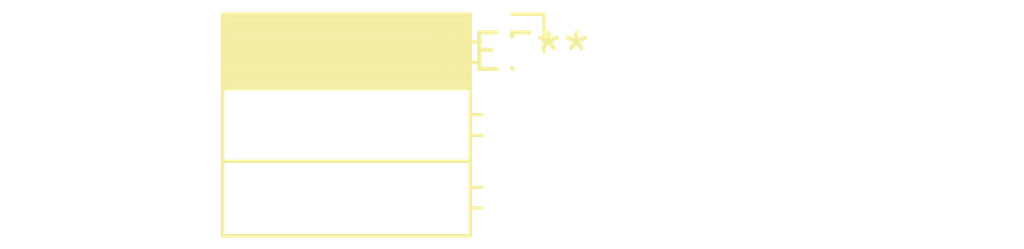
<source format=kicad_pcb>
(kicad_pcb (version 20240108) (generator pcbnew)
  (layers (0 "F.Cu" signal) (31 "B.Cu" signal) (34 "B.Paste" user) (35 "F.Paste" user) (36 "B.SilkS" user "B.Silkscreen") (37 "F.SilkS" user "F.Silkscreen") (38 "B.Mask" user) (39 "F.Mask" user) (44 "Edge.Cuts" user))
  (net 0 "")
  (footprint "PinSocket_1x03_P2.54mm_Horizontal" (layer "F.Cu") (at 0 0)
    (property "Reference" "REF**")
    (property "Value" "PinSocket_1x03_P2.54mm_Horizontal")
    (fp_line (start -10.09 -1.33) (end -10.09 6.41) (layer "F.SilkS") (stroke (width 0.12)))
    (fp_line (start -10.09 -1.33) (end -1.46 -1.33) (layer "F.SilkS") (stroke (width 0.12)))
    (fp_line (start -10.09 -1.21) (end -1.46 -1.21) (layer "F.SilkS") (stroke (width 0.12)))
    (fp_line (start -10.09 -1.091905) (end -1.46 -1.091905) (layer "F.SilkS") (stroke (width 0.12)))
    (fp_line (start -10.09 -0.97381) (end -1.46 -0.97381) (layer "F.SilkS") (stroke (width 0.12)))
    (fp_line (start -10.09 -0.855715) (end -1.46 -0.855715) (layer "F.SilkS") (stroke (width 0.12)))
    (fp_line (start -10.09 -0.73762) (end -1.46 -0.73762) (layer "F.SilkS") (stroke (width 0.12)))
    (fp_line (start -10.09 -0.619525) (end -1.46 -0.619525) (layer "F.SilkS") (stroke (width 0.12)))
    (fp_line (start -10.09 -0.50143) (end -1.46 -0.50143) (layer "F.SilkS") (stroke (width 0.12)))
    (fp_line (start -10.09 -0.383335) (end -1.46 -0.383335) (layer "F.SilkS") (stroke (width 0.12)))
    (fp_line (start -10.09 -0.26524) (end -1.46 -0.26524) (layer "F.SilkS") (stroke (width 0.12)))
    (fp_line (start -10.09 -0.147145) (end -1.46 -0.147145) (layer "F.SilkS") (stroke (width 0.12)))
    (fp_line (start -10.09 -0.02905) (end -1.46 -0.02905) (layer "F.SilkS") (stroke (width 0.12)))
    (fp_line (start -10.09 0.089045) (end -1.46 0.089045) (layer "F.SilkS") (stroke (width 0.12)))
    (fp_line (start -10.09 0.20714) (end -1.46 0.20714) (layer "F.SilkS") (stroke (width 0.12)))
    (fp_line (start -10.09 0.325235) (end -1.46 0.325235) (layer "F.SilkS") (stroke (width 0.12)))
    (fp_line (start -10.09 0.44333) (end -1.46 0.44333) (layer "F.SilkS") (stroke (width 0.12)))
    (fp_line (start -10.09 0.561425) (end -1.46 0.561425) (layer "F.SilkS") (stroke (width 0.12)))
    (fp_line (start -10.09 0.67952) (end -1.46 0.67952) (layer "F.SilkS") (stroke (width 0.12)))
    (fp_line (start -10.09 0.797615) (end -1.46 0.797615) (layer "F.SilkS") (stroke (width 0.12)))
    (fp_line (start -10.09 0.91571) (end -1.46 0.91571) (layer "F.SilkS") (stroke (width 0.12)))
    (fp_line (start -10.09 1.033805) (end -1.46 1.033805) (layer "F.SilkS") (stroke (width 0.12)))
    (fp_line (start -10.09 1.1519) (end -1.46 1.1519) (layer "F.SilkS") (stroke (width 0.12)))
    (fp_line (start -10.09 1.27) (end -1.46 1.27) (layer "F.SilkS") (stroke (width 0.12)))
    (fp_line (start -10.09 3.81) (end -1.46 3.81) (layer "F.SilkS") (stroke (width 0.12)))
    (fp_line (start -10.09 6.41) (end -1.46 6.41) (layer "F.SilkS") (stroke (width 0.12)))
    (fp_line (start -1.46 -1.33) (end -1.46 6.41) (layer "F.SilkS") (stroke (width 0.12)))
    (fp_line (start -1.46 -0.36) (end -1.11 -0.36) (layer "F.SilkS") (stroke (width 0.12)))
    (fp_line (start -1.46 0.36) (end -1.11 0.36) (layer "F.SilkS") (stroke (width 0.12)))
    (fp_line (start -1.46 2.18) (end -1.05 2.18) (layer "F.SilkS") (stroke (width 0.12)))
    (fp_line (start -1.46 2.9) (end -1.05 2.9) (layer "F.SilkS") (stroke (width 0.12)))
    (fp_line (start -1.46 4.72) (end -1.05 4.72) (layer "F.SilkS") (stroke (width 0.12)))
    (fp_line (start -1.46 5.44) (end -1.05 5.44) (layer "F.SilkS") (stroke (width 0.12)))
    (fp_line (start 0 -1.33) (end 1.11 -1.33) (layer "F.SilkS") (stroke (width 0.12)))
    (fp_line (start 1.11 -1.33) (end 1.11 0) (layer "F.SilkS") (stroke (width 0.12)))
    (pad "1" thru_hole rect (at 0 0) (size 1.7 1.7) (drill 1) (layers *.Cu *.Mask) (remove_unused_layers))
    (pad "2" thru_hole oval (at 0 2.54) (size 1.7 1.7) (drill 1) (layers *.Cu *.Mask) (remove_unused_layers))
    (pad "3" thru_hole oval (at 0 5.08) (size 1.7 1.7) (drill 1) (layers *.Cu *.Mask) (remove_unused_layers))
  )
)
</source>
